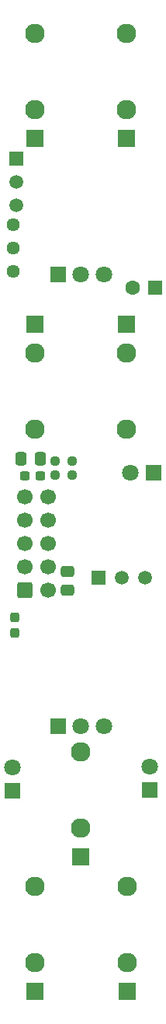
<source format=gbr>
%TF.GenerationSoftware,KiCad,Pcbnew,6.0.11+dfsg-1~bpo11+1*%
%TF.CreationDate,2023-06-07T14:09:25+08:00*%
%TF.ProjectId,MiniSNH v1.0 - Main,4d696e69-534e-4482-9076-312e30202d20,rev?*%
%TF.SameCoordinates,Original*%
%TF.FileFunction,Soldermask,Top*%
%TF.FilePolarity,Negative*%
%FSLAX46Y46*%
G04 Gerber Fmt 4.6, Leading zero omitted, Abs format (unit mm)*
G04 Created by KiCad (PCBNEW 6.0.11+dfsg-1~bpo11+1) date 2023-06-07 14:09:25*
%MOMM*%
%LPD*%
G01*
G04 APERTURE LIST*
G04 Aperture macros list*
%AMRoundRect*
0 Rectangle with rounded corners*
0 $1 Rounding radius*
0 $2 $3 $4 $5 $6 $7 $8 $9 X,Y pos of 4 corners*
0 Add a 4 corners polygon primitive as box body*
4,1,4,$2,$3,$4,$5,$6,$7,$8,$9,$2,$3,0*
0 Add four circle primitives for the rounded corners*
1,1,$1+$1,$2,$3*
1,1,$1+$1,$4,$5*
1,1,$1+$1,$6,$7*
1,1,$1+$1,$8,$9*
0 Add four rect primitives between the rounded corners*
20,1,$1+$1,$2,$3,$4,$5,0*
20,1,$1+$1,$4,$5,$6,$7,0*
20,1,$1+$1,$6,$7,$8,$9,0*
20,1,$1+$1,$8,$9,$2,$3,0*%
G04 Aperture macros list end*
%ADD10RoundRect,0.237500X-0.250000X-0.237500X0.250000X-0.237500X0.250000X0.237500X-0.250000X0.237500X0*%
%ADD11R,1.930000X1.830000*%
%ADD12C,2.130000*%
%ADD13RoundRect,0.250000X0.337500X0.475000X-0.337500X0.475000X-0.337500X-0.475000X0.337500X-0.475000X0*%
%ADD14R,1.800000X1.800000*%
%ADD15C,1.800000*%
%ADD16RoundRect,0.237500X-0.300000X-0.237500X0.300000X-0.237500X0.300000X0.237500X-0.300000X0.237500X0*%
%ADD17RoundRect,0.250000X-0.475000X0.337500X-0.475000X-0.337500X0.475000X-0.337500X0.475000X0.337500X0*%
%ADD18RoundRect,0.237500X0.250000X0.237500X-0.250000X0.237500X-0.250000X-0.237500X0.250000X-0.237500X0*%
%ADD19RoundRect,0.237500X-0.237500X0.300000X-0.237500X-0.300000X0.237500X-0.300000X0.237500X0.300000X0*%
%ADD20RoundRect,0.250000X-0.600000X-0.600000X0.600000X-0.600000X0.600000X0.600000X-0.600000X0.600000X0*%
%ADD21C,1.700000*%
%ADD22R,1.600000X1.600000*%
%ADD23C,1.600000*%
%ADD24R,1.500000X1.500000*%
%ADD25C,1.500000*%
%ADD26C,1.440000*%
G04 APERTURE END LIST*
D10*
%TO.C,R25*%
X142187500Y-111725000D03*
X144012500Y-111725000D03*
%TD*%
D11*
%TO.C,SNH_OUT1*%
X150000000Y-95350000D03*
D12*
X150000000Y-106750000D03*
X150000000Y-98450000D03*
%TD*%
D13*
%TO.C,C5*%
X140537500Y-110000000D03*
X138462500Y-110000000D03*
%TD*%
D14*
%TO.C,D6*%
X152888750Y-111500000D03*
D15*
X150348750Y-111500000D03*
%TD*%
D11*
%TO.C,GATE_IN1*%
X150000000Y-75080000D03*
D12*
X150000000Y-63680000D03*
X150000000Y-71980000D03*
%TD*%
D14*
%TO.C,D3*%
X152500000Y-146000000D03*
D15*
X152500000Y-143460000D03*
%TD*%
D14*
%TO.C,PROBABILITY1*%
X142500000Y-139075000D03*
D15*
X145000000Y-139075000D03*
X147500000Y-139075000D03*
%TD*%
D14*
%TO.C,D2*%
X137500000Y-146100000D03*
D15*
X137500000Y-143560000D03*
%TD*%
D11*
%TO.C,PROB_IN1*%
X145000000Y-153300000D03*
D12*
X145000000Y-141900000D03*
X145000000Y-150200000D03*
%TD*%
D16*
%TO.C,FB1*%
X138837500Y-111800000D03*
X140562500Y-111800000D03*
%TD*%
D17*
%TO.C,C6*%
X143550000Y-122212500D03*
X143550000Y-124287500D03*
%TD*%
D11*
%TO.C,GATE_OUT2*%
X150050000Y-167950000D03*
D12*
X150050000Y-156550000D03*
X150050000Y-164850000D03*
%TD*%
D11*
%TO.C,SIGNAL_IN1*%
X140000000Y-75080000D03*
D12*
X140000000Y-63680000D03*
X140000000Y-71980000D03*
%TD*%
D18*
%TO.C,R26*%
X144012500Y-110200000D03*
X142187500Y-110200000D03*
%TD*%
D11*
%TO.C,NOISE_OUT1*%
X140000000Y-95350000D03*
D12*
X140000000Y-106750000D03*
X140000000Y-98450000D03*
%TD*%
D19*
%TO.C,FB2*%
X137750000Y-127237500D03*
X137750000Y-128962500D03*
%TD*%
D14*
%TO.C,SIGNAL_AMOUNT1*%
X142500000Y-89875000D03*
D15*
X145000000Y-89875000D03*
X147500000Y-89875000D03*
%TD*%
D11*
%TO.C,GATE_OUT1*%
X140000000Y-167930000D03*
D12*
X140000000Y-156530000D03*
X140000000Y-164830000D03*
%TD*%
D20*
%TO.C,J2*%
X138847500Y-124280000D03*
D21*
X141387500Y-124280000D03*
X138847500Y-121740000D03*
X141387500Y-121740000D03*
X138847500Y-119200000D03*
X141387500Y-119200000D03*
X138847500Y-116660000D03*
X141387500Y-116660000D03*
X138847500Y-114120000D03*
X141387500Y-114120000D03*
%TD*%
D22*
%TO.C,C1*%
X153105113Y-91350000D03*
D23*
X150605113Y-91350000D03*
%TD*%
D24*
%TO.C,Q1*%
X137910000Y-77280000D03*
D25*
X137910000Y-79820000D03*
X137910000Y-82360000D03*
%TD*%
D26*
%TO.C,RV1*%
X137625000Y-89575000D03*
X137625000Y-87035000D03*
X137625000Y-84495000D03*
%TD*%
D24*
%TO.C,Q2*%
X146960000Y-122900000D03*
D25*
X149500000Y-122900000D03*
X152040000Y-122900000D03*
%TD*%
M02*

</source>
